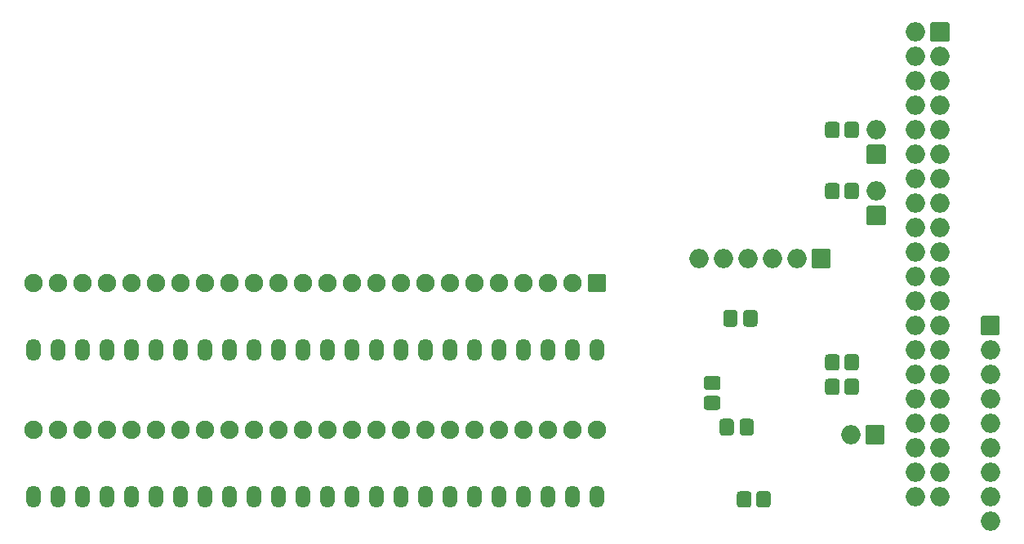
<source format=gbr>
%TF.GenerationSoftware,KiCad,Pcbnew,(5.1.9)-1*%
%TF.CreationDate,2021-05-22T07:09:12+01:00*%
%TF.ProjectId,RGBtoHDMI Amiga Denise DIP CPLD,52474274-6f48-4444-9d49-20416d696761,rev?*%
%TF.SameCoordinates,Original*%
%TF.FileFunction,Soldermask,Bot*%
%TF.FilePolarity,Negative*%
%FSLAX46Y46*%
G04 Gerber Fmt 4.6, Leading zero omitted, Abs format (unit mm)*
G04 Created by KiCad (PCBNEW (5.1.9)-1) date 2021-05-22 07:09:12*
%MOMM*%
%LPD*%
G01*
G04 APERTURE LIST*
%ADD10O,2.000000X2.000000*%
%ADD11O,1.500000X2.300000*%
%ADD12O,1.900000X1.900000*%
G04 APERTURE END LIST*
%TO.C,FFOSD1*%
G36*
G01*
X179086000Y-89750000D02*
X179086000Y-88050000D01*
G75*
G02*
X179236000Y-87900000I150000J0D01*
G01*
X180936000Y-87900000D01*
G75*
G02*
X181086000Y-88050000I0J-150000D01*
G01*
X181086000Y-89750000D01*
G75*
G02*
X180936000Y-89900000I-150000J0D01*
G01*
X179236000Y-89900000D01*
G75*
G02*
X179086000Y-89750000I0J150000D01*
G01*
G37*
D10*
X180086000Y-91440000D03*
X180086000Y-93980000D03*
X180086000Y-96520000D03*
X180086000Y-99060000D03*
X180086000Y-101600000D03*
X180086000Y-104140000D03*
X180086000Y-106680000D03*
X180086000Y-109220000D03*
%TD*%
%TO.C,R7*%
G36*
G01*
X164969000Y-69117502D02*
X164969000Y-68042498D01*
G75*
G02*
X165281498Y-67730000I312498J0D01*
G01*
X166156502Y-67730000D01*
G75*
G02*
X166469000Y-68042498I0J-312498D01*
G01*
X166469000Y-69117502D01*
G75*
G02*
X166156502Y-69430000I-312498J0D01*
G01*
X165281498Y-69430000D01*
G75*
G02*
X164969000Y-69117502I0J312498D01*
G01*
G37*
G36*
G01*
X162969000Y-69117502D02*
X162969000Y-68042498D01*
G75*
G02*
X163281498Y-67730000I312498J0D01*
G01*
X164156502Y-67730000D01*
G75*
G02*
X164469000Y-68042498I0J-312498D01*
G01*
X164469000Y-69117502D01*
G75*
G02*
X164156502Y-69430000I-312498J0D01*
G01*
X163281498Y-69430000D01*
G75*
G02*
X162969000Y-69117502I0J312498D01*
G01*
G37*
%TD*%
%TO.C,R6*%
G36*
G01*
X164969000Y-75467502D02*
X164969000Y-74392498D01*
G75*
G02*
X165281498Y-74080000I312498J0D01*
G01*
X166156502Y-74080000D01*
G75*
G02*
X166469000Y-74392498I0J-312498D01*
G01*
X166469000Y-75467502D01*
G75*
G02*
X166156502Y-75780000I-312498J0D01*
G01*
X165281498Y-75780000D01*
G75*
G02*
X164969000Y-75467502I0J312498D01*
G01*
G37*
G36*
G01*
X162969000Y-75467502D02*
X162969000Y-74392498D01*
G75*
G02*
X163281498Y-74080000I312498J0D01*
G01*
X164156502Y-74080000D01*
G75*
G02*
X164469000Y-74392498I0J-312498D01*
G01*
X164469000Y-75467502D01*
G75*
G02*
X164156502Y-75780000I-312498J0D01*
G01*
X163281498Y-75780000D01*
G75*
G02*
X162969000Y-75467502I0J312498D01*
G01*
G37*
%TD*%
%TO.C,BT3*%
X168275000Y-68580000D03*
G36*
G01*
X169275000Y-70270000D02*
X169275000Y-71970000D01*
G75*
G02*
X169125000Y-72120000I-150000J0D01*
G01*
X167425000Y-72120000D01*
G75*
G02*
X167275000Y-71970000I0J150000D01*
G01*
X167275000Y-70270000D01*
G75*
G02*
X167425000Y-70120000I150000J0D01*
G01*
X169125000Y-70120000D01*
G75*
G02*
X169275000Y-70270000I0J-150000D01*
G01*
G37*
%TD*%
%TO.C,BT2*%
X168275000Y-74930000D03*
G36*
G01*
X169275000Y-76620000D02*
X169275000Y-78320000D01*
G75*
G02*
X169125000Y-78470000I-150000J0D01*
G01*
X167425000Y-78470000D01*
G75*
G02*
X167275000Y-78320000I0J150000D01*
G01*
X167275000Y-76620000D01*
G75*
G02*
X167425000Y-76470000I150000J0D01*
G01*
X169125000Y-76470000D01*
G75*
G02*
X169275000Y-76620000I0J-150000D01*
G01*
G37*
%TD*%
%TO.C,JTAG1*%
X149860000Y-81915000D03*
X152400000Y-81915000D03*
X154940000Y-81915000D03*
X157480000Y-81915000D03*
X160020000Y-81915000D03*
G36*
G01*
X161710000Y-80915000D02*
X163410000Y-80915000D01*
G75*
G02*
X163560000Y-81065000I0J-150000D01*
G01*
X163560000Y-82765000D01*
G75*
G02*
X163410000Y-82915000I-150000J0D01*
G01*
X161710000Y-82915000D01*
G75*
G02*
X161560000Y-82765000I0J150000D01*
G01*
X161560000Y-81065000D01*
G75*
G02*
X161710000Y-80915000I150000J0D01*
G01*
G37*
%TD*%
%TO.C,R3*%
G36*
G01*
X164969000Y-95787502D02*
X164969000Y-94712498D01*
G75*
G02*
X165281498Y-94400000I312498J0D01*
G01*
X166156502Y-94400000D01*
G75*
G02*
X166469000Y-94712498I0J-312498D01*
G01*
X166469000Y-95787502D01*
G75*
G02*
X166156502Y-96100000I-312498J0D01*
G01*
X165281498Y-96100000D01*
G75*
G02*
X164969000Y-95787502I0J312498D01*
G01*
G37*
G36*
G01*
X162969000Y-95787502D02*
X162969000Y-94712498D01*
G75*
G02*
X163281498Y-94400000I312498J0D01*
G01*
X164156502Y-94400000D01*
G75*
G02*
X164469000Y-94712498I0J-312498D01*
G01*
X164469000Y-95787502D01*
G75*
G02*
X164156502Y-96100000I-312498J0D01*
G01*
X163281498Y-96100000D01*
G75*
G02*
X162969000Y-95787502I0J312498D01*
G01*
G37*
%TD*%
%TO.C,R2*%
G36*
G01*
X155825000Y-107471502D02*
X155825000Y-106396498D01*
G75*
G02*
X156137498Y-106084000I312498J0D01*
G01*
X157012502Y-106084000D01*
G75*
G02*
X157325000Y-106396498I0J-312498D01*
G01*
X157325000Y-107471502D01*
G75*
G02*
X157012502Y-107784000I-312498J0D01*
G01*
X156137498Y-107784000D01*
G75*
G02*
X155825000Y-107471502I0J312498D01*
G01*
G37*
G36*
G01*
X153825000Y-107471502D02*
X153825000Y-106396498D01*
G75*
G02*
X154137498Y-106084000I312498J0D01*
G01*
X155012502Y-106084000D01*
G75*
G02*
X155325000Y-106396498I0J-312498D01*
G01*
X155325000Y-107471502D01*
G75*
G02*
X155012502Y-107784000I-312498J0D01*
G01*
X154137498Y-107784000D01*
G75*
G02*
X153825000Y-107471502I0J312498D01*
G01*
G37*
%TD*%
%TO.C,R1*%
G36*
G01*
X164969000Y-93247502D02*
X164969000Y-92172498D01*
G75*
G02*
X165281498Y-91860000I312498J0D01*
G01*
X166156502Y-91860000D01*
G75*
G02*
X166469000Y-92172498I0J-312498D01*
G01*
X166469000Y-93247502D01*
G75*
G02*
X166156502Y-93560000I-312498J0D01*
G01*
X165281498Y-93560000D01*
G75*
G02*
X164969000Y-93247502I0J312498D01*
G01*
G37*
G36*
G01*
X162969000Y-93247502D02*
X162969000Y-92172498D01*
G75*
G02*
X163281498Y-91860000I312498J0D01*
G01*
X164156502Y-91860000D01*
G75*
G02*
X164469000Y-92172498I0J-312498D01*
G01*
X164469000Y-93247502D01*
G75*
G02*
X164156502Y-93560000I-312498J0D01*
G01*
X163281498Y-93560000D01*
G75*
G02*
X162969000Y-93247502I0J312498D01*
G01*
G37*
%TD*%
%TO.C,C4*%
G36*
G01*
X150695829Y-94110000D02*
X151818171Y-94110000D01*
G75*
G02*
X152132000Y-94423829I0J-313829D01*
G01*
X152132000Y-95271171D01*
G75*
G02*
X151818171Y-95585000I-313829J0D01*
G01*
X150695829Y-95585000D01*
G75*
G02*
X150382000Y-95271171I0J313829D01*
G01*
X150382000Y-94423829D01*
G75*
G02*
X150695829Y-94110000I313829J0D01*
G01*
G37*
G36*
G01*
X150695829Y-96185000D02*
X151818171Y-96185000D01*
G75*
G02*
X152132000Y-96498829I0J-313829D01*
G01*
X152132000Y-97346171D01*
G75*
G02*
X151818171Y-97660000I-313829J0D01*
G01*
X150695829Y-97660000D01*
G75*
G02*
X150382000Y-97346171I0J313829D01*
G01*
X150382000Y-96498829D01*
G75*
G02*
X150695829Y-96185000I313829J0D01*
G01*
G37*
%TD*%
%TO.C,C3*%
G36*
G01*
X153497000Y-98879829D02*
X153497000Y-100002171D01*
G75*
G02*
X153183171Y-100316000I-313829J0D01*
G01*
X152335829Y-100316000D01*
G75*
G02*
X152022000Y-100002171I0J313829D01*
G01*
X152022000Y-98879829D01*
G75*
G02*
X152335829Y-98566000I313829J0D01*
G01*
X153183171Y-98566000D01*
G75*
G02*
X153497000Y-98879829I0J-313829D01*
G01*
G37*
G36*
G01*
X155572000Y-98879829D02*
X155572000Y-100002171D01*
G75*
G02*
X155258171Y-100316000I-313829J0D01*
G01*
X154410829Y-100316000D01*
G75*
G02*
X154097000Y-100002171I0J313829D01*
G01*
X154097000Y-98879829D01*
G75*
G02*
X154410829Y-98566000I313829J0D01*
G01*
X155258171Y-98566000D01*
G75*
G02*
X155572000Y-98879829I0J-313829D01*
G01*
G37*
%TD*%
%TO.C,C2*%
G36*
G01*
X153878000Y-87576829D02*
X153878000Y-88699171D01*
G75*
G02*
X153564171Y-89013000I-313829J0D01*
G01*
X152716829Y-89013000D01*
G75*
G02*
X152403000Y-88699171I0J313829D01*
G01*
X152403000Y-87576829D01*
G75*
G02*
X152716829Y-87263000I313829J0D01*
G01*
X153564171Y-87263000D01*
G75*
G02*
X153878000Y-87576829I0J-313829D01*
G01*
G37*
G36*
G01*
X155953000Y-87576829D02*
X155953000Y-88699171D01*
G75*
G02*
X155639171Y-89013000I-313829J0D01*
G01*
X154791829Y-89013000D01*
G75*
G02*
X154478000Y-88699171I0J313829D01*
G01*
X154478000Y-87576829D01*
G75*
G02*
X154791829Y-87263000I313829J0D01*
G01*
X155639171Y-87263000D01*
G75*
G02*
X155953000Y-87576829I0J-313829D01*
G01*
G37*
%TD*%
D11*
%TO.C,U4*%
X80873600Y-91440000D03*
X80873600Y-106680000D03*
X83413600Y-91440000D03*
X83413600Y-106680000D03*
X85953600Y-91440000D03*
X85953600Y-106680000D03*
X88493600Y-91440000D03*
X88493600Y-106680000D03*
X91033600Y-91440000D03*
X91033600Y-106680000D03*
X93573600Y-91440000D03*
X93573600Y-106680000D03*
X96113600Y-91440000D03*
X96113600Y-106680000D03*
X98653600Y-91440000D03*
X98653600Y-106680000D03*
X101193600Y-91440000D03*
X101193600Y-106680000D03*
X103733600Y-91440000D03*
X103733600Y-106680000D03*
X106273600Y-91440000D03*
X106273600Y-106680000D03*
X108813600Y-91440000D03*
X108813600Y-106680000D03*
X111353600Y-91440000D03*
X111353600Y-106680000D03*
X113893600Y-91440000D03*
X113893600Y-106680000D03*
X116433600Y-91440000D03*
X116433600Y-106680000D03*
X118973600Y-91440000D03*
X118973600Y-106680000D03*
X121513600Y-91440000D03*
X121513600Y-106680000D03*
X124053600Y-91440000D03*
X124053600Y-106680000D03*
X126593600Y-91440000D03*
X126593600Y-106680000D03*
X129133600Y-91440000D03*
X129133600Y-106680000D03*
X131673600Y-91440000D03*
X131673600Y-106680000D03*
X134213600Y-91440000D03*
X134213600Y-106680000D03*
X136753600Y-91440000D03*
X136753600Y-106680000D03*
X139293600Y-91440000D03*
X139293600Y-106680000D03*
%TD*%
D10*
%TO.C,J1*%
X172339000Y-106680000D03*
X174879000Y-106680000D03*
X172339000Y-104140000D03*
X174879000Y-104140000D03*
X172339000Y-101600000D03*
X174879000Y-101600000D03*
X172339000Y-99060000D03*
X174879000Y-99060000D03*
X172339000Y-96520000D03*
X174879000Y-96520000D03*
X172339000Y-93980000D03*
X174879000Y-93980000D03*
X172339000Y-91440000D03*
X174879000Y-91440000D03*
X172339000Y-88900000D03*
X174879000Y-88900000D03*
X172339000Y-86360000D03*
X174879000Y-86360000D03*
X172339000Y-83820000D03*
X174879000Y-83820000D03*
X172339000Y-81280000D03*
X174879000Y-81280000D03*
X172339000Y-78740000D03*
X174879000Y-78740000D03*
X172339000Y-76200000D03*
X174879000Y-76200000D03*
X172339000Y-73660000D03*
X174879000Y-73660000D03*
X172339000Y-71120000D03*
X174879000Y-71120000D03*
X172339000Y-68580000D03*
X174879000Y-68580000D03*
X172339000Y-66040000D03*
X174879000Y-66040000D03*
X172339000Y-63500000D03*
X174879000Y-63500000D03*
X172339000Y-60960000D03*
X174879000Y-60960000D03*
X172339000Y-58420000D03*
G36*
G01*
X173879000Y-59270000D02*
X173879000Y-57570000D01*
G75*
G02*
X174029000Y-57420000I150000J0D01*
G01*
X175729000Y-57420000D01*
G75*
G02*
X175879000Y-57570000I0J-150000D01*
G01*
X175879000Y-59270000D01*
G75*
G02*
X175729000Y-59420000I-150000J0D01*
G01*
X174029000Y-59420000D01*
G75*
G02*
X173879000Y-59270000I0J150000D01*
G01*
G37*
%TD*%
D12*
%TO.C,U3*%
X139315000Y-99695000D03*
X80895000Y-84455000D03*
X136775000Y-99695000D03*
X83435000Y-84455000D03*
X134235000Y-99695000D03*
X85975000Y-84455000D03*
X131695000Y-99695000D03*
X88515000Y-84455000D03*
X129155000Y-99695000D03*
X91055000Y-84455000D03*
X126615000Y-99695000D03*
X93595000Y-84455000D03*
X124075000Y-99695000D03*
X96135000Y-84455000D03*
X121535000Y-99695000D03*
X98675000Y-84455000D03*
X118995000Y-99695000D03*
X101215000Y-84455000D03*
X116455000Y-99695000D03*
X103755000Y-84455000D03*
X113915000Y-99695000D03*
X106295000Y-84455000D03*
X111375000Y-99695000D03*
X108835000Y-84455000D03*
X108835000Y-99695000D03*
X111375000Y-84455000D03*
X106295000Y-99695000D03*
X113915000Y-84455000D03*
X103755000Y-99695000D03*
X116455000Y-84455000D03*
X101215000Y-99695000D03*
X118995000Y-84455000D03*
X98675000Y-99695000D03*
X121535000Y-84455000D03*
X96135000Y-99695000D03*
X124075000Y-84455000D03*
X93595000Y-99695000D03*
X126615000Y-84455000D03*
X91055000Y-99695000D03*
X129155000Y-84455000D03*
X88515000Y-99695000D03*
X131695000Y-84455000D03*
X85975000Y-99695000D03*
X134235000Y-84455000D03*
X83435000Y-99695000D03*
X136775000Y-84455000D03*
X80895000Y-99695000D03*
G36*
G01*
X138515000Y-83505000D02*
X140115000Y-83505000D01*
G75*
G02*
X140265000Y-83655000I0J-150000D01*
G01*
X140265000Y-85255000D01*
G75*
G02*
X140115000Y-85405000I-150000J0D01*
G01*
X138515000Y-85405000D01*
G75*
G02*
X138365000Y-85255000I0J150000D01*
G01*
X138365000Y-83655000D01*
G75*
G02*
X138515000Y-83505000I150000J0D01*
G01*
G37*
%TD*%
D10*
%TO.C,BT1*%
X165608000Y-100203000D03*
G36*
G01*
X167298000Y-99203000D02*
X168998000Y-99203000D01*
G75*
G02*
X169148000Y-99353000I0J-150000D01*
G01*
X169148000Y-101053000D01*
G75*
G02*
X168998000Y-101203000I-150000J0D01*
G01*
X167298000Y-101203000D01*
G75*
G02*
X167148000Y-101053000I0J150000D01*
G01*
X167148000Y-99353000D01*
G75*
G02*
X167298000Y-99203000I150000J0D01*
G01*
G37*
%TD*%
M02*

</source>
